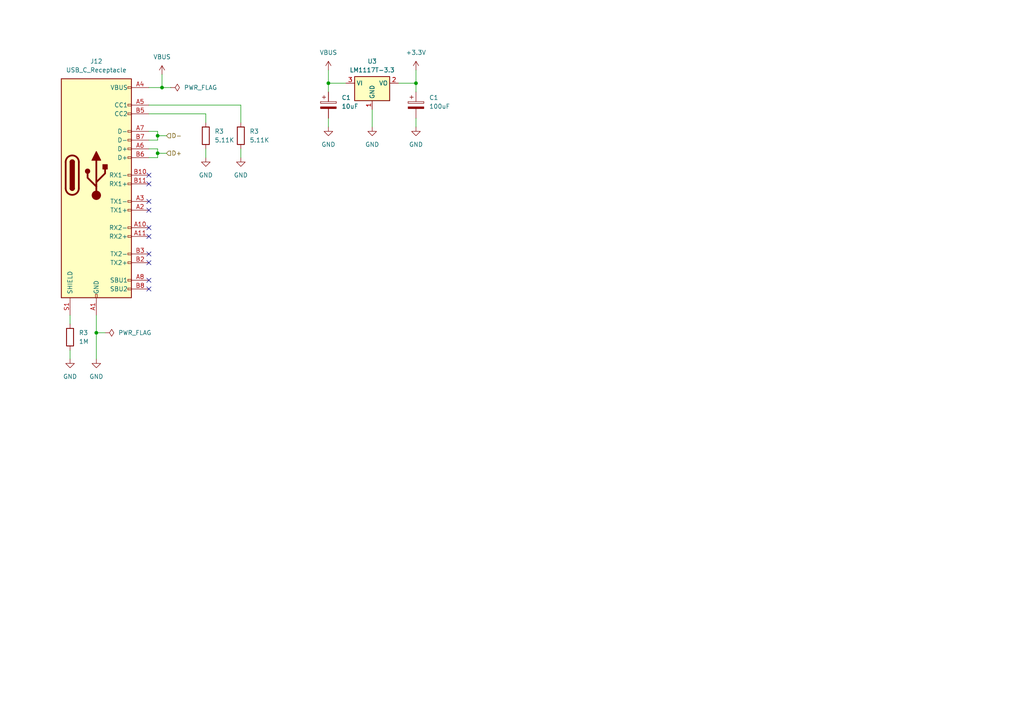
<source format=kicad_sch>
(kicad_sch (version 20230121) (generator eeschema)
  (paper "A4")
  (lib_symbols
    (symbol "Connector:USB_C_Receptacle" (pin_names (offset 1.016))
      (property "Reference" "J" (at -10.16 29.21 0))
      (property "Value" "USB_C_Receptacle" (at 10.16 29.21 0))
      (symbol "USB_C_Receptacle_0_0"
        (rectangle (start -0.254 -35.56) (end 0.254 -34.544))
        (rectangle (start 10.16 -32.766) (end 9.144 -33.274))
        (rectangle (start 10.16 -30.226) (end 9.144 -30.734))
        (rectangle (start 10.16 -25.146) (end 9.144 -25.654))
        (rectangle (start 10.16 -22.606) (end 9.144 -23.114))
        (rectangle (start 10.16 -17.526) (end 9.144 -18.034))
        (rectangle (start 10.16 -14.986) (end 9.144 -15.494))
        (rectangle (start 10.16 -9.906) (end 9.144 -10.414))
        (rectangle (start 10.16 -7.366) (end 9.144 -7.874))
        (rectangle (start 10.16 -2.286) (end 9.144 -2.794))
        (rectangle (start 10.16 0.254) (end 9.144 -0.254))
        (rectangle (start 10.16 5.334) (end 9.144 4.826))
        (rectangle (start 10.16 7.874) (end 9.144 7.366))
        (rectangle (start 10.16 10.414) (end 9.144 9.906))
        (rectangle (start 10.16 12.954) (end 9.144 12.446))
        (rectangle (start 10.16 18.034) (end 9.144 17.526))
        (rectangle (start 10.16 20.574) (end 9.144 20.066))
        (rectangle (start 10.16 25.654) (end 9.144 25.146))
      )
      (symbol "USB_C_Receptacle_0_1"
        (rectangle (start -10.16 27.94) (end 10.16 -35.56) (stroke (width 0.254)) (fill (type background)))
        (arc (start -8.89 -3.81) (mid -6.985 -5.7067) (end -5.08 -3.81) (stroke (width 0.508)))
        (arc (start -7.62 -3.81) (mid -6.985 -4.4423) (end -6.35 -3.81) (stroke (width 0.254)))
        (arc (start -7.62 -3.81) (mid -6.985 -4.4423) (end -6.35 -3.81) (stroke (width 0.254)) (fill (type outline)))
        (rectangle (start -7.62 -3.81) (end -6.35 3.81) (stroke (width 0.254)) (fill (type outline)))
        (arc (start -6.35 3.81) (mid -6.985 4.4423) (end -7.62 3.81) (stroke (width 0.254)))
        (arc (start -6.35 3.81) (mid -6.985 4.4423) (end -7.62 3.81) (stroke (width 0.254)) (fill (type outline)))
        (arc (start -5.08 3.81) (mid -6.985 5.7067) (end -8.89 3.81) (stroke (width 0.508)))
        (polyline (pts (xy -8.89 -3.81) (xy -8.89 3.81)) (stroke (width 0.508)))
        (polyline (pts (xy -5.08 3.81) (xy -5.08 -3.81)) (stroke (width 0.508)))
      )
      (symbol "USB_C_Receptacle_1_1"
        (circle (center -2.54 1.143) (radius 0.635) (stroke (width 0.254)) (fill (type outline)))
        (circle (center 0 -5.842) (radius 1.27) (fill (type outline)))
        (polyline (pts (xy 0 -5.842) (xy 0 4.318)) (stroke (width 0.508)))
        (polyline (pts (xy 0 -3.302) (xy -2.54 -0.762) (xy -2.54 0.508)) (stroke (width 0.508)))
        (polyline (pts (xy 0 -2.032) (xy 2.54 0.508) (xy 2.54 1.778)) (stroke (width 0.508)))
        (polyline (pts (xy -1.27 4.318) (xy 0 6.858) (xy 1.27 4.318) (xy -1.27 4.318)) (stroke (width 0.254)) (fill (type outline)))
        (rectangle (start 1.905 1.778) (end 3.175 3.048) (stroke (width 0.254)) (fill (type outline)))
        (pin passive line (at 0 -40.64 90) (length 5.08) (name "GND") (number "A1"))
        (pin bidirectional line (at 15.24 -15.24 180) (length 5.08) (name "RX2-") (number "A10"))
        (pin bidirectional line (at 15.24 -17.78 180) (length 5.08) (name "RX2+") (number "A11"))
        (pin passive line (at 0 -40.64 90) (length 5.08) hide (name "GND") (number "A12"))
        (pin bidirectional line (at 15.24 -10.16 180) (length 5.08) (name "TX1+") (number "A2"))
        (pin bidirectional line (at 15.24 -7.62 180) (length 5.08) (name "TX1-") (number "A3"))
        (pin passive line (at 15.24 25.4 180) (length 5.08) (name "VBUS") (number "A4"))
        (pin bidirectional line (at 15.24 20.32 180) (length 5.08) (name "CC1") (number "A5"))
        (pin bidirectional line (at 15.24 7.62 180) (length 5.08) (name "D+") (number "A6"))
        (pin bidirectional line (at 15.24 12.7 180) (length 5.08) (name "D-") (number "A7"))
        (pin bidirectional line (at 15.24 -30.48 180) (length 5.08) (name "SBU1") (number "A8"))
        (pin passive line (at 15.24 25.4 180) (length 5.08) hide (name "VBUS") (number "A9"))
        (pin passive line (at 0 -40.64 90) (length 5.08) hide (name "GND") (number "B1"))
        (pin bidirectional line (at 15.24 0 180) (length 5.08) (name "RX1-") (number "B10"))
        (pin bidirectional line (at 15.24 -2.54 180) (length 5.08) (name "RX1+") (number "B11"))
        (pin passive line (at 0 -40.64 90) (length 5.08) hide (name "GND") (number "B12"))
        (pin bidirectional line (at 15.24 -25.4 180) (length 5.08) (name "TX2+") (number "B2"))
        (pin bidirectional line (at 15.24 -22.86 180) (length 5.08) (name "TX2-") (number "B3"))
        (pin passive line (at 15.24 25.4 180) (length 5.08) hide (name "VBUS") (number "B4"))
        (pin bidirectional line (at 15.24 17.78 180) (length 5.08) (name "CC2") (number "B5"))
        (pin bidirectional line (at 15.24 5.08 180) (length 5.08) (name "D+") (number "B6"))
        (pin bidirectional line (at 15.24 10.16 180) (length 5.08) (name "D-") (number "B7"))
        (pin bidirectional line (at 15.24 -33.02 180) (length 5.08) (name "SBU2") (number "B8"))
        (pin passive line (at 15.24 25.4 180) (length 5.08) hide (name "VBUS") (number "B9"))
        (pin passive line (at -7.62 -40.64 90) (length 5.08) (name "SHIELD") (number "S1"))
      )
    )
    (symbol "Device:C_Polarized" (pin_numbers hide) (pin_names (offset 0.254))
      (property "Reference" "C" (at 0.635 2.54 0))
      (property "Value" "C_Polarized" (at 0.635 -2.54 0))
      (symbol "C_Polarized_0_1"
        (rectangle (start -2.286 0.508) (end 2.286 1.016))
        (polyline (pts (xy -1.778 2.286) (xy -0.762 2.286)))
        (polyline (pts (xy -1.27 2.794) (xy -1.27 1.778)))
        (rectangle (start 2.286 -0.508) (end -2.286 -1.016) (fill (type outline)))
      )
      (symbol "C_Polarized_1_1"
        (pin passive line (at 0 3.81 270) (length 2.794) (name "~") (number "1"))
        (pin passive line (at 0 -3.81 90) (length 2.794) (name "~") (number "2"))
      )
    )
    (symbol "Device:R" (pin_numbers hide) (pin_names (offset 0))
      (property "Reference" "R" (at 2.032 0 90))
      (property "Value" "R" (at 0 0 90))
      (symbol "R_0_1"
        (rectangle (start -1.016 -2.54) (end 1.016 2.54) (stroke (width 0.254)))
      )
      (symbol "R_1_1"
        (pin passive line (at 0 3.81 270) (length 1.27) (name "~") (number "1"))
        (pin passive line (at 0 -3.81 90) (length 1.27) (name "~") (number "2"))
      )
    )
    (symbol "Regulator_Linear:LM1117T-3.3"
      (property "Reference" "U" (at -3.81 3.175 0))
      (property "Value" "LM1117T-3.3" (at 0 3.175 0))
      (symbol "LM1117T-3.3_0_1"
        (rectangle (start -5.08 -5.08) (end 5.08 1.905) (stroke (width 0.254)) (fill (type background)))
      )
      (symbol "LM1117T-3.3_1_1"
        (pin power_in line (at 0 -7.62 90) (length 2.54) (name "GND") (number "1"))
        (pin power_out line (at 7.62 0 180) (length 2.54) (name "VO") (number "2"))
        (pin power_in line (at -7.62 0 0) (length 2.54) (name "VI") (number "3"))
      )
    )
    (symbol "power:+3.3V" (power) (pin_names (offset 0))
      (property "Value" "+3.3V" (at 0 3.556 0))
      (symbol "+3.3V_0_1"
        (polyline (pts (xy -0.762 1.27) (xy 0 2.54)))
        (polyline (pts (xy 0 0) (xy 0 2.54)))
        (polyline (pts (xy 0 2.54) (xy 0.762 1.27)))
      )
      (symbol "+3.3V_1_1"
        (pin power_in line (at 0 0 90) (length 0) hide (name "+3.3V") (number "1"))
      )
    )
    (symbol "power:GND" (power) (pin_names (offset 0))
      (property "Value" "GND" (at 0 -3.81 0))
      (symbol "GND_0_1"
        (polyline (pts (xy 0 0) (xy 0 -1.27) (xy 1.27 -1.27) (xy 0 -2.54) (xy -1.27 -1.27) (xy 0 -1.27)))
      )
      (symbol "GND_1_1"
        (pin power_in line (at 0 0 270) (length 0) hide (name "GND") (number "1"))
      )
    )
    (symbol "power:PWR_FLAG" (power) (pin_numbers hide) (pin_names (offset 0) hide)
      (property "Value" "PWR_FLAG" (at 0 3.81 0))
      (symbol "PWR_FLAG_0_0"
        (pin power_out line (at 0 0 90) (length 0) (name "pwr") (number "1"))
      )
      (symbol "PWR_FLAG_0_1"
        (polyline (pts (xy 0 0) (xy 0 1.27) (xy -1.016 1.905) (xy 0 2.54) (xy 1.016 1.905) (xy 0 1.27)))
      )
    )
    (symbol "power:VBUS" (power) (pin_names (offset 0))
      (property "Value" "VBUS" (at 0 3.81 0))
      (symbol "VBUS_0_1"
        (polyline (pts (xy -0.762 1.27) (xy 0 2.54)))
        (polyline (pts (xy 0 0) (xy 0 2.54)))
        (polyline (pts (xy 0 2.54) (xy 0.762 1.27)))
      )
      (symbol "VBUS_1_1"
        (pin power_in line (at 0 0 90) (length 0) hide (name "VBUS") (number "1"))
      )
    )
  )
  (junction (at 45.72 39.37))
  (junction (at 45.72 44.45))
  (junction (at 120.65 24.13))
  (junction (at 95.25 24.13))
  (junction (at 27.94 96.52))
  (junction (at 46.99 25.4))
  (no_connect (at 43.18 83.82))
  (no_connect (at 43.18 50.8))
  (no_connect (at 43.18 60.96))
  (no_connect (at 43.18 53.34))
  (no_connect (at 43.18 73.66))
  (no_connect (at 43.18 76.2))
  (no_connect (at 43.18 66.04))
  (no_connect (at 43.18 68.58))
  (no_connect (at 43.18 58.42))
  (no_connect (at 43.18 81.28))
  (wire (pts (xy 43.18 30.48) (xy 69.85 30.48)))
  (wire (pts (xy 43.18 40.64) (xy 45.72 40.64)))
  (wire (pts (xy 20.32 91.44) (xy 20.32 93.98)))
  (wire (pts (xy 46.99 21.59) (xy 46.99 25.4)))
  (wire (pts (xy 107.95 31.75) (xy 107.95 36.83)))
  (wire (pts (xy 45.72 40.64) (xy 45.72 39.37)))
  (wire (pts (xy 59.69 33.02) (xy 59.69 35.56)))
  (wire (pts (xy 46.99 25.4) (xy 43.18 25.4)))
  (wire (pts (xy 43.18 43.18) (xy 45.72 43.18)))
  (wire (pts (xy 95.25 20.32) (xy 95.25 24.13)))
  (wire (pts (xy 69.85 43.18) (xy 69.85 45.72)))
  (wire (pts (xy 46.99 25.4) (xy 49.53 25.4)))
  (wire (pts (xy 95.25 24.13) (xy 95.25 26.67)))
  (wire (pts (xy 100.33 24.13) (xy 95.25 24.13)))
  (wire (pts (xy 20.32 101.6) (xy 20.32 104.14)))
  (wire (pts (xy 120.65 24.13) (xy 120.65 26.67)))
  (wire (pts (xy 43.18 38.1) (xy 45.72 38.1)))
  (wire (pts (xy 95.25 34.29) (xy 95.25 36.83)))
  (wire (pts (xy 43.18 33.02) (xy 59.69 33.02)))
  (wire (pts (xy 45.72 44.45) (xy 48.26 44.45)))
  (wire (pts (xy 69.85 30.48) (xy 69.85 35.56)))
  (wire (pts (xy 27.94 96.52) (xy 27.94 104.14)))
  (wire (pts (xy 45.72 39.37) (xy 48.26 39.37)))
  (wire (pts (xy 120.65 34.29) (xy 120.65 36.83)))
  (wire (pts (xy 120.65 20.32) (xy 120.65 24.13)))
  (wire (pts (xy 27.94 91.44) (xy 27.94 96.52)))
  (wire (pts (xy 45.72 43.18) (xy 45.72 44.45)))
  (wire (pts (xy 59.69 43.18) (xy 59.69 45.72)))
  (wire (pts (xy 45.72 38.1) (xy 45.72 39.37)))
  (wire (pts (xy 115.57 24.13) (xy 120.65 24.13)))
  (wire (pts (xy 45.72 45.72) (xy 43.18 45.72)))
  (wire (pts (xy 45.72 44.45) (xy 45.72 45.72)))
  (wire (pts (xy 27.94 96.52) (xy 30.48 96.52)))
  (hierarchical_label "D+" (shape input) (at 48.26 44.45 0))
  (hierarchical_label "D-" (shape input) (at 48.26 39.37 0))
  (symbol (lib_id "power:PWR_FLAG") (at 30.48 96.52 270) (unit 1)
    (property "Reference" "#FLG01" (effects hide))
    (property "Value" "PWR_FLAG" (at 34.29 96.52 90) (effects (justify left)))
  )
  (symbol (lib_id "power:GND") (at 59.69 45.72 0) (unit 1)
    (property "Reference" "#PWR039" (effects hide))
    (property "Value" "GND" (at 59.69 50.8 0))
  )
  (symbol (lib_id "Device:R") (at 59.69 39.37 0) (unit 1)
    (property "Reference" "R3" (at 62.23 38.1 0) (effects (justify left)))
    (property "Value" "5.11K" (at 62.23 40.64 0) (effects (justify left)))
    (property "Footprint" "Resistor_THT:R_Axial_DIN0207_L6.3mm_D2.5mm_P7.62mm_Horizontal" (effects hide))
    (instances (project "garden-watering" (path "" (reference "R3") (unit 1)) (path "" (reference "R6") (unit 1)) (path "" (reference "R9") (unit 1)) (path "" (reference "R12") (unit 1)) (path "" (reference "R20") (unit 1))))
  )
  (symbol (lib_id "power:GND") (at 107.95 36.83 0) (unit 1)
    (property "Reference" "#PWR043" (effects hide))
    (property "Value" "GND" (at 107.95 41.91 0))
  )
  (symbol (lib_id "power:GND") (at 120.65 36.83 0) (unit 1)
    (property "Reference" "#PWR045" (effects hide))
    (property "Value" "GND" (at 120.65 41.91 0))
  )
  (symbol (lib_id "power:GND") (at 27.94 104.14 0) (unit 1)
    (property "Reference" "#PWR037" (effects hide))
    (property "Value" "GND" (at 27.94 109.22 0))
  )
  (symbol (lib_id "power:GND") (at 69.85 45.72 0) (unit 1)
    (property "Reference" "#PWR040" (effects hide))
    (property "Value" "GND" (at 69.85 50.8 0))
  )
  (symbol (lib_id "Device:R") (at 69.85 39.37 0) (unit 1)
    (property "Reference" "R3" (at 72.39 38.1 0) (effects (justify left)))
    (property "Value" "5.11K" (at 72.39 40.64 0) (effects (justify left)))
    (property "Footprint" "Resistor_THT:R_Axial_DIN0207_L6.3mm_D2.5mm_P7.62mm_Horizontal" (effects hide))
    (instances (project "garden-watering" (path "" (reference "R3") (unit 1)) (path "" (reference "R6") (unit 1)) (path "" (reference "R9") (unit 1)) (path "" (reference "R12") (unit 1)) (path "" (reference "R21") (unit 1))))
  )
  (symbol (lib_id "Device:C_Polarized") (at 120.65 30.48 0) (unit 1)
    (property "Reference" "C1" (at 124.46 28.321 0) (effects (justify left)))
    (property "Value" "100uF" (at 124.46 30.861 0) (effects (justify left)))
    (property "Footprint" "Capacitor_THT:CP_Radial_D4.0mm_P2.00mm" (effects hide))
    (instances (project "garden-watering" (path "" (reference "C1") (unit 1)) (path "" (reference "C5") (unit 1))))
  )
  (symbol (lib_id "power:+3.3V") (at 120.65 20.32 0) (unit 1)
    (property "Reference" "#PWR044" (effects hide))
    (property "Value" "+3.3V" (at 120.65 15.24 0))
  )
  (symbol (lib_id "Device:C_Polarized") (at 95.25 30.48 0) (unit 1)
    (property "Reference" "C1" (at 99.06 28.321 0) (effects (justify left)))
    (property "Value" "10uF" (at 99.06 30.861 0) (effects (justify left)))
    (property "Footprint" "Capacitor_THT:CP_Radial_D4.0mm_P2.00mm" (effects hide))
    (instances (project "garden-watering" (path "" (reference "C1") (unit 1)) (path "" (reference "C4") (unit 1))))
  )
  (symbol (lib_id "power:PWR_FLAG") (at 49.53 25.4 270) (unit 1)
    (property "Reference" "#FLG02" (effects hide))
    (property "Value" "PWR_FLAG" (at 53.34 25.4 90) (effects (justify left)))
  )
  (symbol (lib_id "Device:R") (at 20.32 97.79 0) (unit 1)
    (property "Reference" "R3" (at 22.86 96.52 0) (effects (justify left)))
    (property "Value" "1M" (at 22.86 99.06 0) (effects (justify left)))
    (property "Footprint" "Resistor_THT:R_Axial_DIN0207_L6.3mm_D2.5mm_P7.62mm_Horizontal" (effects hide))
    (instances (project "garden-watering" (path "" (reference "R3") (unit 1)) (path "" (reference "R6") (unit 1)) (path "" (reference "R9") (unit 1)) (path "" (reference "R12") (unit 1)) (path "" (reference "R19") (unit 1))))
  )
  (symbol (lib_id "power:VBUS") (at 46.99 21.59 0) (unit 1)
    (property "Reference" "#PWR038" (effects hide))
    (property "Value" "VBUS" (at 46.99 16.51 0))
  )
  (symbol (lib_id "power:GND") (at 95.25 36.83 0) (unit 1)
    (property "Reference" "#PWR042" (effects hide))
    (property "Value" "GND" (at 95.25 41.91 0))
  )
  (symbol (lib_id "Regulator_Linear:LM1117T-3.3") (at 107.95 24.13 0) (unit 1)
    (property "Reference" "U3" (at 107.95 17.78 0))
    (property "Value" "LM1117T-3.3" (at 107.95 20.32 0))
    (property "Footprint" "Package_TO_SOT_THT:TO-220-3_Vertical" (effects hide))
    (property "Datasheet" "http://www.ti.com/lit/ds/symlink/lm1117.pdf" (effects hide))
  )
  (symbol (lib_id "power:VBUS") (at 95.25 20.32 0) (unit 1)
    (property "Reference" "#PWR041" (effects hide))
    (property "Value" "VBUS" (at 95.25 15.24 0))
  )
  (symbol (lib_id "power:GND") (at 20.32 104.14 0) (unit 1)
    (property "Reference" "#PWR036" (effects hide))
    (property "Value" "GND" (at 20.32 109.22 0))
  )
  (symbol (lib_id "Connector:USB_C_Receptacle") (at 27.94 50.8 0) (unit 1)
    (property "Reference" "J12" (at 27.94 17.78 0))
    (property "Value" "USB_C_Receptacle" (at 27.94 20.32 0))
    (property "Footprint" "Connector_USB:USB_C_Receptacle_G-Switch_GT-USB-7010ASV" (effects hide))
    (property "Datasheet" "https://www.usb.org/sites/default/files/documents/usb_type-c.zip" (effects hide))
  )
)
</source>
